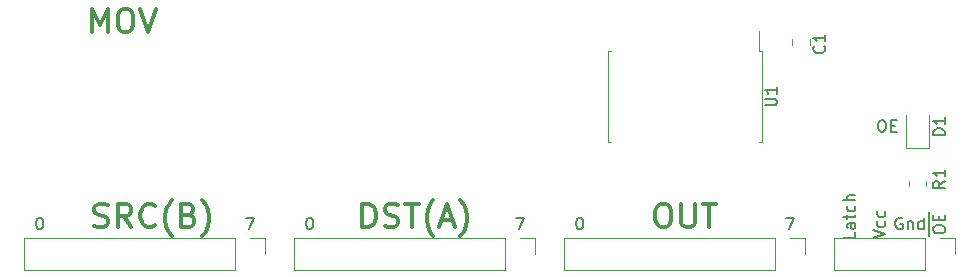
<source format=gbr>
G04 #@! TF.GenerationSoftware,KiCad,Pcbnew,(5.1.8)-1*
G04 #@! TF.CreationDate,2023-05-14T15:25:30+03:00*
G04 #@! TF.ProjectId,MOV,4d4f562e-6b69-4636-9164-5f7063625858,rev?*
G04 #@! TF.SameCoordinates,PX3a22d00PY2626d88*
G04 #@! TF.FileFunction,Legend,Top*
G04 #@! TF.FilePolarity,Positive*
%FSLAX46Y46*%
G04 Gerber Fmt 4.6, Leading zero omitted, Abs format (unit mm)*
G04 Created by KiCad (PCBNEW (5.1.8)-1) date 2023-05-14 15:25:30*
%MOMM*%
%LPD*%
G01*
G04 APERTURE LIST*
%ADD10C,0.300000*%
%ADD11C,0.150000*%
%ADD12C,0.120000*%
G04 APERTURE END LIST*
D10*
X6953571Y-5349761D02*
X6953571Y-3349761D01*
X7620238Y-4778333D01*
X8286904Y-3349761D01*
X8286904Y-5349761D01*
X9620238Y-3349761D02*
X10001190Y-3349761D01*
X10191666Y-3445000D01*
X10382142Y-3635476D01*
X10477380Y-4016428D01*
X10477380Y-4683095D01*
X10382142Y-5064047D01*
X10191666Y-5254523D01*
X10001190Y-5349761D01*
X9620238Y-5349761D01*
X9429761Y-5254523D01*
X9239285Y-5064047D01*
X9144047Y-4683095D01*
X9144047Y-4016428D01*
X9239285Y-3635476D01*
X9429761Y-3445000D01*
X9620238Y-3349761D01*
X11048809Y-3349761D02*
X11715476Y-5349761D01*
X12382142Y-3349761D01*
D11*
X73747380Y-12787380D02*
X73937857Y-12787380D01*
X74033095Y-12835000D01*
X74128333Y-12930238D01*
X74175952Y-13120714D01*
X74175952Y-13454047D01*
X74128333Y-13644523D01*
X74033095Y-13739761D01*
X73937857Y-13787380D01*
X73747380Y-13787380D01*
X73652142Y-13739761D01*
X73556904Y-13644523D01*
X73509285Y-13454047D01*
X73509285Y-13120714D01*
X73556904Y-12930238D01*
X73652142Y-12835000D01*
X73747380Y-12787380D01*
X74604523Y-13263571D02*
X74937857Y-13263571D01*
X75080714Y-13787380D02*
X74604523Y-13787380D01*
X74604523Y-12787380D01*
X75080714Y-12787380D01*
X75557142Y-21090000D02*
X75461904Y-21042380D01*
X75319047Y-21042380D01*
X75176190Y-21090000D01*
X75080952Y-21185238D01*
X75033333Y-21280476D01*
X74985714Y-21470952D01*
X74985714Y-21613809D01*
X75033333Y-21804285D01*
X75080952Y-21899523D01*
X75176190Y-21994761D01*
X75319047Y-22042380D01*
X75414285Y-22042380D01*
X75557142Y-21994761D01*
X75604761Y-21947142D01*
X75604761Y-21613809D01*
X75414285Y-21613809D01*
X76033333Y-21375714D02*
X76033333Y-22042380D01*
X76033333Y-21470952D02*
X76080952Y-21423333D01*
X76176190Y-21375714D01*
X76319047Y-21375714D01*
X76414285Y-21423333D01*
X76461904Y-21518571D01*
X76461904Y-22042380D01*
X77366666Y-22042380D02*
X77366666Y-21042380D01*
X77366666Y-21994761D02*
X77271428Y-22042380D01*
X77080952Y-22042380D01*
X76985714Y-21994761D01*
X76938095Y-21947142D01*
X76890476Y-21851904D01*
X76890476Y-21566190D01*
X76938095Y-21470952D01*
X76985714Y-21423333D01*
X77080952Y-21375714D01*
X77271428Y-21375714D01*
X77366666Y-21423333D01*
X73112380Y-22780476D02*
X74112380Y-22447142D01*
X73112380Y-22113809D01*
X74064761Y-21351904D02*
X74112380Y-21447142D01*
X74112380Y-21637619D01*
X74064761Y-21732857D01*
X74017142Y-21780476D01*
X73921904Y-21828095D01*
X73636190Y-21828095D01*
X73540952Y-21780476D01*
X73493333Y-21732857D01*
X73445714Y-21637619D01*
X73445714Y-21447142D01*
X73493333Y-21351904D01*
X74064761Y-20494761D02*
X74112380Y-20590000D01*
X74112380Y-20780476D01*
X74064761Y-20875714D01*
X74017142Y-20923333D01*
X73921904Y-20970952D01*
X73636190Y-20970952D01*
X73540952Y-20923333D01*
X73493333Y-20875714D01*
X73445714Y-20780476D01*
X73445714Y-20590000D01*
X73493333Y-20494761D01*
X77825000Y-22566190D02*
X77825000Y-21518571D01*
X78192380Y-22137619D02*
X78192380Y-21947142D01*
X78240000Y-21851904D01*
X78335238Y-21756666D01*
X78525714Y-21709047D01*
X78859047Y-21709047D01*
X79049523Y-21756666D01*
X79144761Y-21851904D01*
X79192380Y-21947142D01*
X79192380Y-22137619D01*
X79144761Y-22232857D01*
X79049523Y-22328095D01*
X78859047Y-22375714D01*
X78525714Y-22375714D01*
X78335238Y-22328095D01*
X78240000Y-22232857D01*
X78192380Y-22137619D01*
X77825000Y-21518571D02*
X77825000Y-20613809D01*
X78668571Y-21280476D02*
X78668571Y-20947142D01*
X79192380Y-20804285D02*
X79192380Y-21280476D01*
X78192380Y-21280476D01*
X78192380Y-20804285D01*
X71572380Y-22264523D02*
X71572380Y-22740714D01*
X70572380Y-22740714D01*
X71572380Y-21502619D02*
X71048571Y-21502619D01*
X70953333Y-21550238D01*
X70905714Y-21645476D01*
X70905714Y-21835952D01*
X70953333Y-21931190D01*
X71524761Y-21502619D02*
X71572380Y-21597857D01*
X71572380Y-21835952D01*
X71524761Y-21931190D01*
X71429523Y-21978809D01*
X71334285Y-21978809D01*
X71239047Y-21931190D01*
X71191428Y-21835952D01*
X71191428Y-21597857D01*
X71143809Y-21502619D01*
X70905714Y-21169285D02*
X70905714Y-20788333D01*
X70572380Y-21026428D02*
X71429523Y-21026428D01*
X71524761Y-20978809D01*
X71572380Y-20883571D01*
X71572380Y-20788333D01*
X71524761Y-20026428D02*
X71572380Y-20121666D01*
X71572380Y-20312142D01*
X71524761Y-20407380D01*
X71477142Y-20455000D01*
X71381904Y-20502619D01*
X71096190Y-20502619D01*
X71000952Y-20455000D01*
X70953333Y-20407380D01*
X70905714Y-20312142D01*
X70905714Y-20121666D01*
X70953333Y-20026428D01*
X71572380Y-19597857D02*
X70572380Y-19597857D01*
X71572380Y-19169285D02*
X71048571Y-19169285D01*
X70953333Y-19216904D01*
X70905714Y-19312142D01*
X70905714Y-19455000D01*
X70953333Y-19550238D01*
X71000952Y-19597857D01*
X65706666Y-21042380D02*
X66373333Y-21042380D01*
X65944761Y-22042380D01*
X48212380Y-21042380D02*
X48307619Y-21042380D01*
X48402857Y-21090000D01*
X48450476Y-21137619D01*
X48498095Y-21232857D01*
X48545714Y-21423333D01*
X48545714Y-21661428D01*
X48498095Y-21851904D01*
X48450476Y-21947142D01*
X48402857Y-21994761D01*
X48307619Y-22042380D01*
X48212380Y-22042380D01*
X48117142Y-21994761D01*
X48069523Y-21947142D01*
X48021904Y-21851904D01*
X47974285Y-21661428D01*
X47974285Y-21423333D01*
X48021904Y-21232857D01*
X48069523Y-21137619D01*
X48117142Y-21090000D01*
X48212380Y-21042380D01*
X42846666Y-21042380D02*
X43513333Y-21042380D01*
X43084761Y-22042380D01*
X25352380Y-21042380D02*
X25447619Y-21042380D01*
X25542857Y-21090000D01*
X25590476Y-21137619D01*
X25638095Y-21232857D01*
X25685714Y-21423333D01*
X25685714Y-21661428D01*
X25638095Y-21851904D01*
X25590476Y-21947142D01*
X25542857Y-21994761D01*
X25447619Y-22042380D01*
X25352380Y-22042380D01*
X25257142Y-21994761D01*
X25209523Y-21947142D01*
X25161904Y-21851904D01*
X25114285Y-21661428D01*
X25114285Y-21423333D01*
X25161904Y-21232857D01*
X25209523Y-21137619D01*
X25257142Y-21090000D01*
X25352380Y-21042380D01*
X19986666Y-21042380D02*
X20653333Y-21042380D01*
X20224761Y-22042380D01*
X2492380Y-21042380D02*
X2587619Y-21042380D01*
X2682857Y-21090000D01*
X2730476Y-21137619D01*
X2778095Y-21232857D01*
X2825714Y-21423333D01*
X2825714Y-21661428D01*
X2778095Y-21851904D01*
X2730476Y-21947142D01*
X2682857Y-21994761D01*
X2587619Y-22042380D01*
X2492380Y-22042380D01*
X2397142Y-21994761D01*
X2349523Y-21947142D01*
X2301904Y-21851904D01*
X2254285Y-21661428D01*
X2254285Y-21423333D01*
X2301904Y-21232857D01*
X2349523Y-21137619D01*
X2397142Y-21090000D01*
X2492380Y-21042380D01*
D10*
X55150000Y-19859761D02*
X55530952Y-19859761D01*
X55721428Y-19955000D01*
X55911904Y-20145476D01*
X56007142Y-20526428D01*
X56007142Y-21193095D01*
X55911904Y-21574047D01*
X55721428Y-21764523D01*
X55530952Y-21859761D01*
X55150000Y-21859761D01*
X54959523Y-21764523D01*
X54769047Y-21574047D01*
X54673809Y-21193095D01*
X54673809Y-20526428D01*
X54769047Y-20145476D01*
X54959523Y-19955000D01*
X55150000Y-19859761D01*
X56864285Y-19859761D02*
X56864285Y-21478809D01*
X56959523Y-21669285D01*
X57054761Y-21764523D01*
X57245238Y-21859761D01*
X57626190Y-21859761D01*
X57816666Y-21764523D01*
X57911904Y-21669285D01*
X58007142Y-21478809D01*
X58007142Y-19859761D01*
X58673809Y-19859761D02*
X59816666Y-19859761D01*
X59245238Y-21859761D02*
X59245238Y-19859761D01*
X7160238Y-21764523D02*
X7445952Y-21859761D01*
X7922142Y-21859761D01*
X8112619Y-21764523D01*
X8207857Y-21669285D01*
X8303095Y-21478809D01*
X8303095Y-21288333D01*
X8207857Y-21097857D01*
X8112619Y-21002619D01*
X7922142Y-20907380D01*
X7541190Y-20812142D01*
X7350714Y-20716904D01*
X7255476Y-20621666D01*
X7160238Y-20431190D01*
X7160238Y-20240714D01*
X7255476Y-20050238D01*
X7350714Y-19955000D01*
X7541190Y-19859761D01*
X8017380Y-19859761D01*
X8303095Y-19955000D01*
X10303095Y-21859761D02*
X9636428Y-20907380D01*
X9160238Y-21859761D02*
X9160238Y-19859761D01*
X9922142Y-19859761D01*
X10112619Y-19955000D01*
X10207857Y-20050238D01*
X10303095Y-20240714D01*
X10303095Y-20526428D01*
X10207857Y-20716904D01*
X10112619Y-20812142D01*
X9922142Y-20907380D01*
X9160238Y-20907380D01*
X12303095Y-21669285D02*
X12207857Y-21764523D01*
X11922142Y-21859761D01*
X11731666Y-21859761D01*
X11445952Y-21764523D01*
X11255476Y-21574047D01*
X11160238Y-21383571D01*
X11065000Y-21002619D01*
X11065000Y-20716904D01*
X11160238Y-20335952D01*
X11255476Y-20145476D01*
X11445952Y-19955000D01*
X11731666Y-19859761D01*
X11922142Y-19859761D01*
X12207857Y-19955000D01*
X12303095Y-20050238D01*
X13731666Y-22621666D02*
X13636428Y-22526428D01*
X13445952Y-22240714D01*
X13350714Y-22050238D01*
X13255476Y-21764523D01*
X13160238Y-21288333D01*
X13160238Y-20907380D01*
X13255476Y-20431190D01*
X13350714Y-20145476D01*
X13445952Y-19955000D01*
X13636428Y-19669285D01*
X13731666Y-19574047D01*
X15160238Y-20812142D02*
X15445952Y-20907380D01*
X15541190Y-21002619D01*
X15636428Y-21193095D01*
X15636428Y-21478809D01*
X15541190Y-21669285D01*
X15445952Y-21764523D01*
X15255476Y-21859761D01*
X14493571Y-21859761D01*
X14493571Y-19859761D01*
X15160238Y-19859761D01*
X15350714Y-19955000D01*
X15445952Y-20050238D01*
X15541190Y-20240714D01*
X15541190Y-20431190D01*
X15445952Y-20621666D01*
X15350714Y-20716904D01*
X15160238Y-20812142D01*
X14493571Y-20812142D01*
X16303095Y-22621666D02*
X16398333Y-22526428D01*
X16588809Y-22240714D01*
X16684047Y-22050238D01*
X16779285Y-21764523D01*
X16874523Y-21288333D01*
X16874523Y-20907380D01*
X16779285Y-20431190D01*
X16684047Y-20145476D01*
X16588809Y-19955000D01*
X16398333Y-19669285D01*
X16303095Y-19574047D01*
X29861428Y-21859761D02*
X29861428Y-19859761D01*
X30337619Y-19859761D01*
X30623333Y-19955000D01*
X30813809Y-20145476D01*
X30909047Y-20335952D01*
X31004285Y-20716904D01*
X31004285Y-21002619D01*
X30909047Y-21383571D01*
X30813809Y-21574047D01*
X30623333Y-21764523D01*
X30337619Y-21859761D01*
X29861428Y-21859761D01*
X31766190Y-21764523D02*
X32051904Y-21859761D01*
X32528095Y-21859761D01*
X32718571Y-21764523D01*
X32813809Y-21669285D01*
X32909047Y-21478809D01*
X32909047Y-21288333D01*
X32813809Y-21097857D01*
X32718571Y-21002619D01*
X32528095Y-20907380D01*
X32147142Y-20812142D01*
X31956666Y-20716904D01*
X31861428Y-20621666D01*
X31766190Y-20431190D01*
X31766190Y-20240714D01*
X31861428Y-20050238D01*
X31956666Y-19955000D01*
X32147142Y-19859761D01*
X32623333Y-19859761D01*
X32909047Y-19955000D01*
X33480476Y-19859761D02*
X34623333Y-19859761D01*
X34051904Y-21859761D02*
X34051904Y-19859761D01*
X35861428Y-22621666D02*
X35766190Y-22526428D01*
X35575714Y-22240714D01*
X35480476Y-22050238D01*
X35385238Y-21764523D01*
X35290000Y-21288333D01*
X35290000Y-20907380D01*
X35385238Y-20431190D01*
X35480476Y-20145476D01*
X35575714Y-19955000D01*
X35766190Y-19669285D01*
X35861428Y-19574047D01*
X36528095Y-21288333D02*
X37480476Y-21288333D01*
X36337619Y-21859761D02*
X37004285Y-19859761D01*
X37670952Y-21859761D01*
X38147142Y-22621666D02*
X38242380Y-22526428D01*
X38432857Y-22240714D01*
X38528095Y-22050238D01*
X38623333Y-21764523D01*
X38718571Y-21288333D01*
X38718571Y-20907380D01*
X38623333Y-20431190D01*
X38528095Y-20145476D01*
X38432857Y-19955000D01*
X38242380Y-19669285D01*
X38147142Y-19574047D01*
D12*
X69790000Y-22800000D02*
X69790000Y-25460000D01*
X77470000Y-22800000D02*
X69790000Y-22800000D01*
X77470000Y-25460000D02*
X69790000Y-25460000D01*
X77470000Y-22800000D02*
X77470000Y-25460000D01*
X78740000Y-22800000D02*
X80070000Y-22800000D01*
X80070000Y-22800000D02*
X80070000Y-24130000D01*
X46930000Y-22800000D02*
X46930000Y-25460000D01*
X64770000Y-22800000D02*
X46930000Y-22800000D01*
X64770000Y-25460000D02*
X46930000Y-25460000D01*
X64770000Y-22800000D02*
X64770000Y-25460000D01*
X66040000Y-22800000D02*
X67370000Y-22800000D01*
X67370000Y-22800000D02*
X67370000Y-24130000D01*
X24070000Y-22800000D02*
X24070000Y-25460000D01*
X41910000Y-22800000D02*
X24070000Y-22800000D01*
X41910000Y-25460000D02*
X24070000Y-25460000D01*
X41910000Y-22800000D02*
X41910000Y-25460000D01*
X43180000Y-22800000D02*
X44510000Y-22800000D01*
X44510000Y-22800000D02*
X44510000Y-24130000D01*
X1210000Y-22800000D02*
X1210000Y-25460000D01*
X19050000Y-22800000D02*
X1210000Y-22800000D01*
X19050000Y-25460000D02*
X1210000Y-25460000D01*
X19050000Y-22800000D02*
X19050000Y-25460000D01*
X20320000Y-22800000D02*
X21650000Y-22800000D01*
X21650000Y-22800000D02*
X21650000Y-24130000D01*
X63425000Y-6935000D02*
X63425000Y-5245000D01*
X63660000Y-6935000D02*
X63425000Y-6935000D01*
X63660000Y-10795000D02*
X63660000Y-6935000D01*
X63660000Y-14655000D02*
X63425000Y-14655000D01*
X63660000Y-10795000D02*
X63660000Y-14655000D01*
X50640000Y-6935000D02*
X50875000Y-6935000D01*
X50640000Y-10795000D02*
X50640000Y-6935000D01*
X50640000Y-14655000D02*
X50875000Y-14655000D01*
X50640000Y-10795000D02*
X50640000Y-14655000D01*
X66257500Y-6420752D02*
X66257500Y-5898248D01*
X67727500Y-6420752D02*
X67727500Y-5898248D01*
X75875000Y-12335000D02*
X75875000Y-15195000D01*
X75875000Y-15195000D02*
X77795000Y-15195000D01*
X77795000Y-15195000D02*
X77795000Y-12335000D01*
X77570000Y-17917936D02*
X77570000Y-18372064D01*
X76100000Y-17917936D02*
X76100000Y-18372064D01*
D11*
X63952380Y-11556904D02*
X64761904Y-11556904D01*
X64857142Y-11509285D01*
X64904761Y-11461666D01*
X64952380Y-11366428D01*
X64952380Y-11175952D01*
X64904761Y-11080714D01*
X64857142Y-11033095D01*
X64761904Y-10985476D01*
X63952380Y-10985476D01*
X64952380Y-9985476D02*
X64952380Y-10556904D01*
X64952380Y-10271190D02*
X63952380Y-10271190D01*
X64095238Y-10366428D01*
X64190476Y-10461666D01*
X64238095Y-10556904D01*
X68937142Y-6516666D02*
X68984761Y-6564285D01*
X69032380Y-6707142D01*
X69032380Y-6802380D01*
X68984761Y-6945238D01*
X68889523Y-7040476D01*
X68794285Y-7088095D01*
X68603809Y-7135714D01*
X68460952Y-7135714D01*
X68270476Y-7088095D01*
X68175238Y-7040476D01*
X68080000Y-6945238D01*
X68032380Y-6802380D01*
X68032380Y-6707142D01*
X68080000Y-6564285D01*
X68127619Y-6516666D01*
X69032380Y-5564285D02*
X69032380Y-6135714D01*
X69032380Y-5850000D02*
X68032380Y-5850000D01*
X68175238Y-5945238D01*
X68270476Y-6040476D01*
X68318095Y-6135714D01*
X79192380Y-14073095D02*
X78192380Y-14073095D01*
X78192380Y-13835000D01*
X78240000Y-13692142D01*
X78335238Y-13596904D01*
X78430476Y-13549285D01*
X78620952Y-13501666D01*
X78763809Y-13501666D01*
X78954285Y-13549285D01*
X79049523Y-13596904D01*
X79144761Y-13692142D01*
X79192380Y-13835000D01*
X79192380Y-14073095D01*
X79192380Y-12549285D02*
X79192380Y-13120714D01*
X79192380Y-12835000D02*
X78192380Y-12835000D01*
X78335238Y-12930238D01*
X78430476Y-13025476D01*
X78478095Y-13120714D01*
X79192380Y-17946666D02*
X78716190Y-18280000D01*
X79192380Y-18518095D02*
X78192380Y-18518095D01*
X78192380Y-18137142D01*
X78240000Y-18041904D01*
X78287619Y-17994285D01*
X78382857Y-17946666D01*
X78525714Y-17946666D01*
X78620952Y-17994285D01*
X78668571Y-18041904D01*
X78716190Y-18137142D01*
X78716190Y-18518095D01*
X79192380Y-16994285D02*
X79192380Y-17565714D01*
X79192380Y-17280000D02*
X78192380Y-17280000D01*
X78335238Y-17375238D01*
X78430476Y-17470476D01*
X78478095Y-17565714D01*
M02*

</source>
